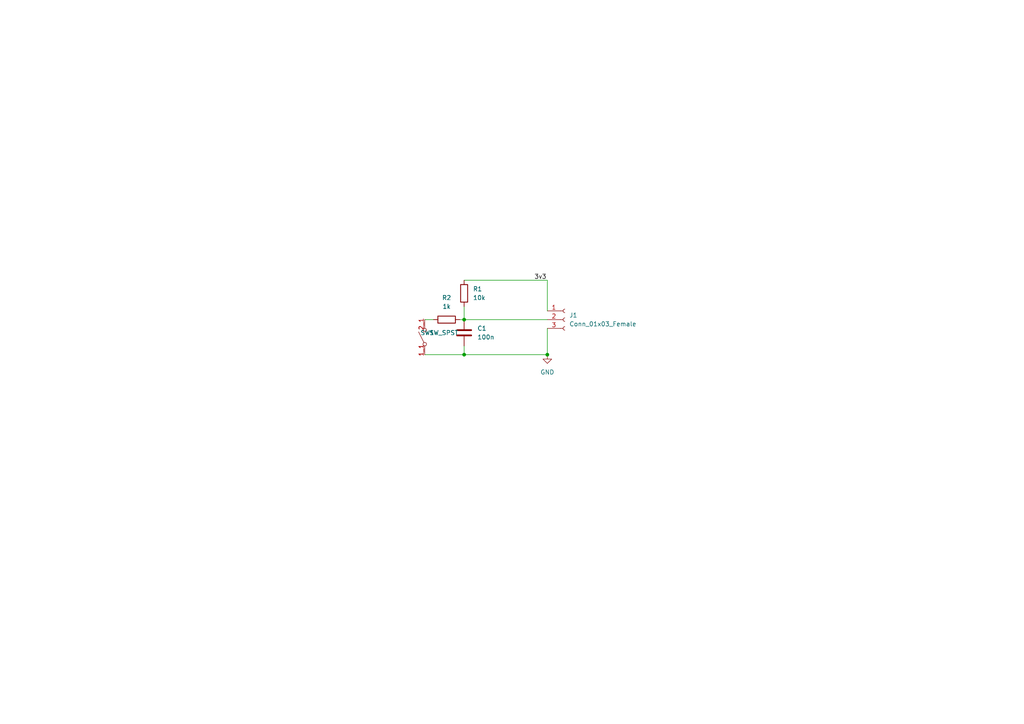
<source format=kicad_sch>
(kicad_sch (version 20211123) (generator eeschema)
  (paper "A4")
  (title_block (title "Left shoulder button") (date "2022-05-15") (rev "Rev1-F") (comment 1 "https://github.com/cinnamondev/gamepithing"))
  (lib_symbols
    (symbol "Connector:Conn_01x03_Female" (pin_names (offset 1.016) hide)
      (property "Reference" "J" (at 0 5.08 0))
      (property "Value" "Conn_01x03_Female" (at 0 -5.08 0))
      (symbol "Conn_01x03_Female_1_1"
        (arc (start 0 -2.032) (mid -0.508 -2.54) (end 0 -3.048) (stroke (width 0.1524)))
        (polyline (pts (xy -1.27 -2.54) (xy -0.508 -2.54)) (stroke (width 0.1524)))
        (polyline (pts (xy -1.27 0) (xy -0.508 0)) (stroke (width 0.1524)))
        (polyline (pts (xy -1.27 2.54) (xy -0.508 2.54)) (stroke (width 0.1524)))
        (arc (start 0 0.508) (mid -0.508 0) (end 0 -0.508) (stroke (width 0.1524)))
        (arc (start 0 3.048) (mid -0.508 2.54) (end 0 2.032) (stroke (width 0.1524)))
        (pin passive line (at -5.08 2.54 0) (length 3.81) (name "Pin_1") (number "1"))
        (pin passive line (at -5.08 0 0) (length 3.81) (name "Pin_2") (number "2"))
        (pin passive line (at -5.08 -2.54 0) (length 3.81) (name "Pin_3") (number "3"))
      )
    )
    (symbol "Device:C" (pin_numbers hide) (pin_names (offset 0.254))
      (property "Reference" "C" (at 0.635 2.54 0))
      (property "Value" "C" (at 0.635 -2.54 0))
      (symbol "C_0_1"
        (polyline (pts (xy -2.032 -0.762) (xy 2.032 -0.762)) (stroke (width 0.508)))
        (polyline (pts (xy -2.032 0.762) (xy 2.032 0.762)) (stroke (width 0.508)))
      )
      (symbol "C_1_1"
        (pin passive line (at 0 3.81 270) (length 2.794) (name "~") (number "1"))
        (pin passive line (at 0 -3.81 90) (length 2.794) (name "~") (number "2"))
      )
    )
    (symbol "Device:R" (pin_numbers hide) (pin_names (offset 0))
      (property "Reference" "R" (at 2.032 0 90))
      (property "Value" "R" (at 0 0 90))
      (symbol "R_0_1"
        (rectangle (start -1.016 -2.54) (end 1.016 2.54) (stroke (width 0.254)))
      )
      (symbol "R_1_1"
        (pin passive line (at 0 3.81 270) (length 1.27) (name "~") (number "1"))
        (pin passive line (at 0 -3.81 90) (length 1.27) (name "~") (number "2"))
      )
    )
    (symbol "Switch:SW_SPST" (pin_names (offset 0) hide)
      (property "Reference" "SW1" (at 1.27 1.2701 90))
      (property "Value" "SW_SPST" (at 1.27 -1.2699 90))
      (symbol "SW_SPST_0_0"
        (circle (center -2.032 0) (radius 0.508))
        (polyline (pts (xy -1.524 0.254) (xy 1.524 1.778)))
        (circle (center 2.032 0) (radius 0.508))
      )
      (symbol "SW_SPST_1_1"
        (pin passive line (at -5.08 0 0) (length 2.54) (name "A") (number "1_1"))
        (pin passive line (at -5.08 0 0) (length 2.54) hide (name "A") (number "1_2"))
        (pin passive line (at 5.08 0 180) (length 2.54) (name "B") (number "2_1"))
        (pin passive line (at 5.08 0 180) (length 2.54) hide (name "B") (number "2_2"))
      )
    )
    (symbol "power:GND" (power) (pin_names (offset 0))
      (property "Value" "GND" (at 0 -3.81 0))
      (symbol "GND_0_1"
        (polyline (pts (xy 0 0) (xy 0 -1.27) (xy 1.27 -1.27) (xy 0 -2.54) (xy -1.27 -1.27) (xy 0 -1.27)))
      )
      (symbol "GND_1_1"
        (pin power_in line (at 0 0 270) (length 0) hide (name "GND") (number "1"))
      )
    )
  )
  (junction (at 134.62 102.87))
  (junction (at 158.75 102.87))
  (junction (at 134.62 92.71))
  (wire (pts (xy 133.35 92.71) (xy 134.62 92.71)))
  (wire (pts (xy 123.19 92.71) (xy 125.73 92.71)))
  (wire (pts (xy 158.75 95.25) (xy 158.75 102.87)))
  (wire (pts (xy 158.75 90.17) (xy 158.75 81.28)))
  (wire (pts (xy 134.62 100.33) (xy 134.62 102.87)))
  (wire (pts (xy 134.62 102.87) (xy 158.75 102.87)))
  (wire (pts (xy 158.75 81.28) (xy 134.62 81.28)))
  (wire (pts (xy 134.62 92.71) (xy 158.75 92.71)))
  (wire (pts (xy 134.62 88.9) (xy 134.62 92.71)))
  (wire (pts (xy 134.62 102.87) (xy 123.19 102.87)))
  (label "3v3" (at 154.94 81.28 0))
  (symbol (lib_id "Connector:Conn_01x03_Female") (at 163.83 92.71 0) (unit 1)
    (property "Reference" "J1" (at 165.1 91.4399 0) (effects (justify left)))
    (property "Value" "Conn_01x03_Female" (at 165.1 93.9799 0) (effects (justify left)))
    (property "Footprint" "Connector_Wire:SolderWire-0.1sqmm_1x03_P3.6mm_D0.4mm_OD1mm" (effects hide))
  )
  (symbol (lib_id "Switch:SW_SPST") (at 123.19 97.79 90) (unit 1)
    (property "Reference" "SW1" (at 121.9199 96.52 90) (effects (justify right)))
    (property "Value" "SW_SPST" (at 124.4599 96.52 90) (effects (justify right)))
    (property "Footprint" "pretty:SW_EVQ-P7J01P" (effects hide))
  )
  (symbol (lib_id "Device:R") (at 134.62 85.09 0) (unit 1)
    (property "Reference" "R1" (at 137.16 83.8199 0) (effects (justify left)))
    (property "Value" "10k" (at 137.16 86.3599 0) (effects (justify left)))
    (property "Footprint" "Resistor_SMD:R_0805_2012Metric_Pad1.20x1.40mm_HandSolder" (effects hide))
  )
  (symbol (lib_id "Device:R") (at 129.54 92.71 90) (unit 1)
    (property "Reference" "R2" (at 129.54 86.36 90))
    (property "Value" "1k" (at 129.54 88.9 90))
    (property "Footprint" "Resistor_SMD:R_0805_2012Metric_Pad1.20x1.40mm_HandSolder" (effects hide))
  )
  (symbol (lib_id "power:GND") (at 158.75 102.87 0) (unit 1)
    (property "Reference" "#PWR0101" (effects hide))
    (property "Value" "GND" (at 158.75 107.95 0))
  )
  (symbol (lib_id "Device:C") (at 134.62 96.52 0) (unit 1)
    (property "Reference" "C1" (at 138.43 95.2499 0) (effects (justify left)))
    (property "Value" "100n" (at 138.43 97.7899 0) (effects (justify left)))
    (property "Footprint" "Capacitor_SMD:C_0805_2012Metric_Pad1.18x1.45mm_HandSolder" (effects hide))
  )
)
</source>
